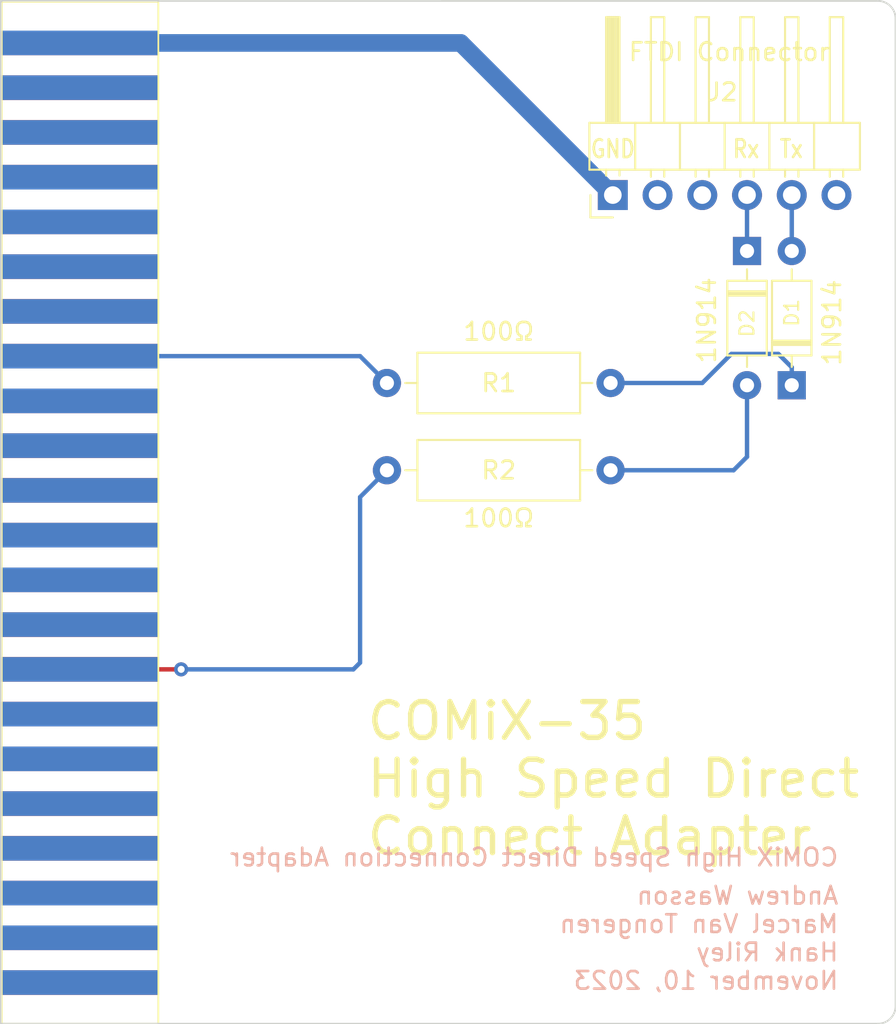
<source format=kicad_pcb>
(kicad_pcb (version 20221018) (generator pcbnew)
  (title_block (title "COMiX High Speed Direct Connect") (date "2023-11-10") (company "Andrew Wasson, Marcel van Tongeren, Hank Riley "))
  (layers (0 "F.Cu" signal) (31 "B.Cu" signal) (34 "B.Paste" user) (35 "F.Paste" user) (36 "B.SilkS" user "B.Silkscreen") (37 "F.SilkS" user "F.Silkscreen") (38 "B.Mask" user) (39 "F.Mask" user) (44 "Edge.Cuts" user))
  (net 0 "")
  (net 1 "Net-(D1-K)")
  (net 2 "/~{EF4}")
  (net 3 "GND")
  (net 6 "/Q")
  (net 48 "Net-(D1-A)")
  (net 49 "Net-(D2-K)")
  (net 50 "Net-(D2-A)")
  (footprint "Diode_THT:D_DO-35_SOD27_P7.62mm_Horizontal" (layer "F.Cu") (at 247.269 110.617 90)
    (fp_text reference "D1" hide)
    (fp_text value "1N914" (at 3.556 2.286 90) (layer "F.SilkS"))
    (fp_text user "${REFERENCE}" (at 4.11 0 90) (layer "F.SilkS") (effects (font (size 0.8 0.8) (thickness 0.12))))
    (fp_line (start 1.04 0) (end 1.69 0) (stroke (width 0.12)) (layer "F.SilkS"))
    (fp_line (start 1.69 -1.12) (end 1.69 1.12) (stroke (width 0.12)) (layer "F.SilkS"))
    (fp_line (start 1.69 1.12) (end 5.93 1.12) (stroke (width 0.12)) (layer "F.SilkS"))
    (fp_line (start 2.29 -1.12) (end 2.29 1.12) (stroke (width 0.12)) (layer "F.SilkS"))
    (fp_line (start 2.41 -1.12) (end 2.41 1.12) (stroke (width 0.12)) (layer "F.SilkS"))
    (fp_line (start 2.53 -1.12) (end 2.53 1.12) (stroke (width 0.12)) (layer "F.SilkS"))
    (fp_line (start 5.93 -1.12) (end 1.69 -1.12) (stroke (width 0.12)) (layer "F.SilkS"))
    (fp_line (start 5.93 1.12) (end 5.93 -1.12) (stroke (width 0.12)) (layer "F.SilkS"))
    (fp_line (start 6.58 0) (end 5.93 0) (stroke (width 0.12)) (layer "F.SilkS"))
    (pad "1" thru_hole rect (at 0 0 90) (size 1.6 1.6) (drill 0.8) (layers "*.Cu" "*.Mask") (net 1 "Net-(D1-K)"))
    (pad "2" thru_hole oval (at 7.62 0 90) (size 1.6 1.6) (drill 0.8) (layers "*.Cu" "*.Mask") (net 48 "Net-(D1-A)"))
  )
  (footprint "Connector_PinHeader_2.54mm:PinHeader_1x06_P2.54mm_Horizontal" (layer "F.Cu") (at 237.109 99.822 90)
    (fp_text reference "J2" (at 5.842 6.223 180) (layer "F.SilkS"))
    (fp_text value "FTDI Connector\r" hide)
    (fp_text user "FTDI Connector" (at 8.128 6.604) (layer "F.SilkS"))
    (fp_line (start -1.27 -1.27) (end 0 -1.27) (stroke (width 0.12)) (layer "F.SilkS"))
    (fp_line (start -1.27 0) (end -1.27 -1.27) (stroke (width 0.12)) (layer "F.SilkS"))
    (fp_line (start 1.042929 2.16) (end 1.44 2.16) (stroke (width 0.12)) (layer "F.SilkS"))
    (fp_line (start 1.042929 2.92) (end 1.44 2.92) (stroke (width 0.12)) (layer "F.SilkS"))
    (fp_line (start 1.042929 4.7) (end 1.44 4.7) (stroke (width 0.12)) (layer "F.SilkS"))
    (fp_line (start 1.042929 5.46) (end 1.44 5.46) (stroke (width 0.12)) (layer "F.SilkS"))
    (fp_line (start 1.042929 7.24) (end 1.44 7.24) (stroke (width 0.12)) (layer "F.SilkS"))
    (fp_line (start 1.042929 8) (end 1.44 8) (stroke (width 0.12)) (layer "F.SilkS"))
    (fp_line (start 1.042929 9.78) (end 1.44 9.78) (stroke (width 0.12)) (layer "F.SilkS"))
    (fp_line (start 1.042929 10.54) (end 1.44 10.54) (stroke (width 0.12)) (layer "F.SilkS"))
    (fp_line (start 1.042929 12.32) (end 1.44 12.32) (stroke (width 0.12)) (layer "F.SilkS"))
    (fp_line (start 1.042929 13.08) (end 1.44 13.08) (stroke (width 0.12)) (layer "F.SilkS"))
    (fp_line (start 1.11 -0.38) (end 1.44 -0.38) (stroke (width 0.12)) (layer "F.SilkS"))
    (fp_line (start 1.11 0.38) (end 1.44 0.38) (stroke (width 0.12)) (layer "F.SilkS"))
    (fp_line (start 1.44 -1.33) (end 1.44 14.03) (stroke (width 0.12)) (layer "F.SilkS"))
    (fp_line (start 1.44 1.27) (end 4.1 1.27) (stroke (width 0.12)) (layer "F.SilkS"))
    (fp_line (start 1.44 3.81) (end 4.1 3.81) (stroke (width 0.12)) (layer "F.SilkS"))
    (fp_line (start 1.44 6.35) (end 4.1 6.35) (stroke (width 0.12)) (layer "F.SilkS"))
    (fp_line (start 1.44 8.89) (end 4.1 8.89) (stroke (width 0.12)) (layer "F.SilkS"))
    (fp_line (start 1.44 11.43) (end 4.1 11.43) (stroke (width 0.12)) (layer "F.SilkS"))
    (fp_line (start 1.44 14.03) (end 4.1 14.03) (stroke (width 0.12)) (layer "F.SilkS"))
    (fp_line (start 4.1 -1.33) (end 1.44 -1.33) (stroke (width 0.12)) (layer "F.SilkS"))
    (fp_line (start 4.1 -0.38) (end 10.1 -0.38) (stroke (width 0.12)) (layer "F.SilkS"))
    (fp_line (start 4.1 -0.32) (end 10.1 -0.32) (stroke (width 0.12)) (layer "F.SilkS"))
    (fp_line (start 4.1 -0.2) (end 10.1 -0.2) (stroke (width 0.12)) (layer "F.SilkS"))
    (fp_line (start 4.1 -0.08) (end 10.1 -0.08) (stroke (width 0.12)) (layer "F.SilkS"))
    (fp_line (start 4.1 0.04) (end 10.1 0.04) (stroke (width 0.12)) (layer "F.SilkS"))
    (fp_line (start 4.1 0.16) (end 10.1 0.16) (stroke (width 0.12)) (layer "F.SilkS"))
    (fp_line (start 4.1 0.28) (end 10.1 0.28) (stroke (width 0.12)) (layer "F.SilkS"))
    (fp_line (start 4.1 2.16) (end 10.1 2.16) (stroke (width 0.12)) (layer "F.SilkS"))
    (fp_line (start 4.1 4.7) (end 10.1 4.7) (stroke (width 0.12)) (layer "F.SilkS"))
    (fp_line (start 4.1 7.24) (end 10.1 7.24) (stroke (width 0.12)) (layer "F.SilkS"))
    (fp_line (start 4.1 9.78) (end 10.1 9.78) (stroke (width 0.12)) (layer "F.SilkS"))
    (fp_line (start 4.1 12.32) (end 10.1 12.32) (stroke (width 0.12)) (layer "F.SilkS"))
    (fp_line (start 4.1 14.03) (end 4.1 -1.33) (stroke (width 0.12)) (layer "F.SilkS"))
    (fp_line (start 10.1 -0.38) (end 10.1 0.38) (stroke (width 0.12)) (layer "F.SilkS"))
    (fp_line (start 10.1 0.38) (end 4.1 0.38) (stroke (width 0.12)) (layer "F.SilkS"))
    (fp_line (start 10.1 2.16) (end 10.1 2.92) (stroke (width 0.12)) (layer "F.SilkS"))
    (fp_line (start 10.1 2.92) (end 4.1 2.92) (stroke (width 0.12)) (layer "F.SilkS"))
    (fp_line (start 10.1 4.7) (end 10.1 5.46) (stroke (width 0.12)) (layer "F.SilkS"))
    (fp_line (start 10.1 5.46) (end 4.1 5.46) (stroke (width 0.12)) (layer "F.SilkS"))
    (fp_line (start 10.1 7.24) (end 10.1 8) (stroke (width 0.12)) (layer "F.SilkS"))
    (fp_line (start 10.1 8) (end 4.1 8) (stroke (width 0.12)) (layer "F.SilkS"))
    (fp_line (start 10.1 9.78) (end 10.1 10.54) (stroke (width 0.12)) (layer "F.SilkS"))
    (fp_line (start 10.1 10.54) (end 4.1 10.54) (stroke (width 0.12)) (layer "F.SilkS"))
    (fp_line (start 10.1 12.32) (end 10.1 13.08) (stroke (width 0.12)) (layer "F.SilkS"))
    (fp_line (start 10.1 13.08) (end 4.1 13.08) (stroke (width 0.12)) (layer "F.SilkS"))
    (pad "1" thru_hole rect (at 0 0 90) (size 1.7 1.7) (drill 1) (layers "*.Cu" "*.Mask") (net 3 "GND"))
    (pad "2" thru_hole oval (at 0 2.54 90) (size 1.7 1.7) (drill 1) (layers "*.Cu" "*.Mask"))
    (pad "3" thru_hole oval (at 0 5.08 90) (size 1.7 1.7) (drill 1) (layers "*.Cu" "*.Mask"))
    (pad "4" thru_hole oval (at 0 7.62 90) (size 1.7 1.7) (drill 1) (layers "*.Cu" "*.Mask") (net 49 "Net-(D2-K)"))
    (pad "5" thru_hole oval (at 0 10.16 90) (size 1.7 1.7) (drill 1) (layers "*.Cu" "*.Mask") (net 48 "Net-(D1-A)"))
    (pad "6" thru_hole oval (at 0 12.7 90) (size 1.7 1.7) (drill 1) (layers "*.Cu" "*.Mask"))
  )
  (footprint "Resistor_THT:R_Axial_DIN0309_L9.0mm_D3.2mm_P12.70mm_Horizontal" (layer "F.Cu") (at 224.282 115.443)
    (fp_text reference "R2" hide)
    (fp_text value "100Ω" (at 6.35 2.72) (layer "F.SilkS"))
    (fp_text user "${REFERENCE}" (at 6.35 0) (layer "F.SilkS"))
    (fp_line (start 1.04 0) (end 1.73 0) (stroke (width 0.12)) (layer "F.SilkS"))
    (fp_line (start 1.73 -1.72) (end 1.73 1.72) (stroke (width 0.12)) (layer "F.SilkS"))
    (fp_line (start 1.73 1.72) (end 10.97 1.72) (stroke (width 0.12)) (layer "F.SilkS"))
    (fp_line (start 10.97 -1.72) (end 1.73 -1.72) (stroke (width 0.12)) (layer "F.SilkS"))
    (fp_line (start 10.97 1.72) (end 10.97 -1.72) (stroke (width 0.12)) (layer "F.SilkS"))
    (fp_line (start 11.66 0) (end 10.97 0) (stroke (width 0.12)) (layer "F.SilkS"))
    (pad "1" thru_hole circle (at 0 0) (size 1.6 1.6) (drill 0.8) (layers "*.Cu" "*.Mask") (net 2 "/~{EF4}"))
    (pad "2" thru_hole oval (at 12.7 0) (size 1.6 1.6) (drill 0.8) (layers "*.Cu" "*.Mask") (net 50 "Net-(D2-A)"))
  )
  (footprint "Resistor_THT:R_Axial_DIN0309_L9.0mm_D3.2mm_P12.70mm_Horizontal" (layer "F.Cu") (at 224.282 110.49)
    (fp_text reference "R1" hide)
    (fp_text value "100Ω" (at 6.35 -2.921) (layer "F.SilkS"))
    (fp_text user "${REFERENCE}" (at 6.35 0) (layer "F.SilkS"))
    (fp_line (start 1.04 0) (end 1.73 0) (stroke (width 0.12)) (layer "F.SilkS"))
    (fp_line (start 1.73 -1.72) (end 1.73 1.72) (stroke (width 0.12)) (layer "F.SilkS"))
    (fp_line (start 1.73 1.72) (end 10.97 1.72) (stroke (width 0.12)) (layer "F.SilkS"))
    (fp_line (start 10.97 -1.72) (end 1.73 -1.72) (stroke (width 0.12)) (layer "F.SilkS"))
    (fp_line (start 10.97 1.72) (end 10.97 -1.72) (stroke (width 0.12)) (layer "F.SilkS"))
    (fp_line (start 11.66 0) (end 10.97 0) (stroke (width 0.12)) (layer "F.SilkS"))
    (pad "1" thru_hole circle (at 0 0) (size 1.6 1.6) (drill 0.8) (layers "*.Cu" "*.Mask") (net 6 "/Q"))
    (pad "2" thru_hole oval (at 12.7 0) (size 1.6 1.6) (drill 0.8) (layers "*.Cu" "*.Mask") (net 1 "Net-(D1-K)"))
  )
  (footprint "Diode_THT:D_DO-35_SOD27_P7.62mm_Horizontal" (layer "F.Cu") (at 244.729 102.997 -90)
    (fp_text reference "D2" hide)
    (fp_text value "1N914" (at 3.937 2.286 90) (layer "F.SilkS"))
    (fp_text user "${REFERENCE}" (at 4.11 0 90) (layer "F.SilkS") (effects (font (size 0.8 0.8) (thickness 0.12))))
    (fp_line (start 1.04 0) (end 1.69 0) (stroke (width 0.12)) (layer "F.SilkS"))
    (fp_line (start 1.69 -1.12) (end 1.69 1.12) (stroke (width 0.12)) (layer "F.SilkS"))
    (fp_line (start 1.69 1.12) (end 5.93 1.12) (stroke (width 0.12)) (layer "F.SilkS"))
    (fp_line (start 2.29 -1.12) (end 2.29 1.12) (stroke (width 0.12)) (layer "F.SilkS"))
    (fp_line (start 2.41 -1.12) (end 2.41 1.12) (stroke (width 0.12)) (layer "F.SilkS"))
    (fp_line (start 2.53 -1.12) (end 2.53 1.12) (stroke (width 0.12)) (layer "F.SilkS"))
    (fp_line (start 5.93 -1.12) (end 1.69 -1.12) (stroke (width 0.12)) (layer "F.SilkS"))
    (fp_line (start 5.93 1.12) (end 5.93 -1.12) (stroke (width 0.12)) (layer "F.SilkS"))
    (fp_line (start 6.58 0) (end 5.93 0) (stroke (width 0.12)) (layer "F.SilkS"))
    (pad "1" thru_hole rect (at 0 0 270) (size 1.6 1.6) (drill 0.8) (layers "*.Cu" "*.Mask") (net 49 "Net-(D2-K)"))
    (pad "2" thru_hole oval (at 7.62 0 270) (size 1.6 1.6) (drill 0.8) (layers "*.Cu" "*.Mask") (net 50 "Net-(D2-A)"))
  )
  (footprint "MyLibrary:Edge_Card_Connector_22x2" (layer "F.Cu") (at 206.883 144.526 90)
    (fp_text reference "J1" hide)
    (fp_text value "EXPANSION" hide)
    (fp_rect (start -2.3368 -4.4704) (end 55.6768 4.4196) (stroke (width 0.1)) (fill none) (layer "F.SilkS"))
    (pad "1" connect rect (at 53.34 0 90) (size 1.397 8.89) (layers "B.Cu" "B.Mask") (net 3 "GND"))
    (pad "2" connect rect (at 53.34 0 90) (size 1.397 8.89) (layers "F.Cu" "F.Mask") (net 3 "GND"))
    (pad "3" connect rect (at 50.8 0 90) (size 1.397 8.89) (layers "B.Cu" "B.Mask"))
    (pad "4" connect rect (at 50.8 0 90) (size 1.397 8.89) (layers "F.Cu" "F.Mask"))
    (pad "5" connect rect (at 48.26 0 90) (size 1.397 8.89) (layers "B.Cu" "B.Mask"))
    (pad "6" connect rect (at 48.26 0 90) (size 1.397 8.89) (layers "F.Cu" "F.Mask"))
    (pad "7" connect rect (at 45.72 0 90) (size 1.397 8.89) (layers "B.Cu" "B.Mask"))
    (pad "8" connect rect (at 45.72 0 90) (size 1.397 8.89) (layers "F.Cu" "F.Mask"))
    (pad "9" connect rect (at 43.18 0 90) (size 1.397 8.89) (layers "B.Cu" "B.Mask"))
    (pad "10" connect rect (at 43.18 0 90) (size 1.397 8.89) (layers "F.Cu" "F.Mask"))
    (pad "11" connect rect (at 40.64 0 90) (size 1.397 8.89) (layers "B.Cu" "B.Mask"))
    (pad "12" connect rect (at 40.64 0 90) (size 1.397 8.89) (layers "F.Cu" "F.Mask"))
    (pad "13" connect rect (at 38.1 0 90) (size 1.397 8.89) (layers "B.Cu" "B.Mask"))
    (pad "14" connect rect (at 38.1 0 90) (size 1.397 8.89) (layers "F.Cu" "F.Mask"))
    (pad "15" connect rect (at 35.56 0 90) (size 1.397 8.89) (layers "B.Cu" "B.Mask") (net 6 "/Q"))
    (pad "16" connect rect (at 35.56 0 90) (size 1.397 8.89) (layers "F.Cu" "F.Mask"))
    (pad "17" connect rect (at 33.02 0 90) (size 1.397 8.89) (layers "B.Cu" "B.Mask"))
    (pad "18" connect rect (at 33.02 0 90) (size 1.397 8.89) (layers "F.Cu" "F.Mask"))
    (pad "19" connect rect (at 30.48 0 90) (size 1.397 8.89) (layers "B.Cu" "B.Mask"))
    (pad "20" connect rect (at 30.48 0 90) (size 1.397 8.89) (layers "F.Cu" "F.Mask"))
    (pad "21" connect rect (at 27.94 0 90) (size 1.397 8.89) (layers "B.Cu" "B.Mask"))
    (pad "22" connect rect (at 27.94 0 90) (size 1.397 8.89) (layers "F.Cu" "F.Mask"))
    (pad "23" connect rect (at 25.4 0 90) (size 1.397 8.89) (layers "B.Cu" "B.Mask"))
    (pad "24" connect rect (at 25.4 0 90) (size 1.397 8.89) (layers "F.Cu" "F.Mask"))
    (pad "25" connect rect (at 22.86 0 90) (size 1.397 8.89) (layers "B.Cu" "B.Mask"))
    (pad "26" connect rect (at 22.86 0 90) (size 1.397 8.89) (layers "F.Cu" "F.Mask"))
    (pad "27" connect rect (at 20.32 0 90) (size 1.397 8.89) (layers "B.Cu" "B.Mask"))
    (pad "28" connect rect (at 20.32 0 90) (size 1.397 8.89) (layers "F.Cu" "F.Mask"))
    (pad "29" connect rect (at 17.78 0 90) (size 1.397 8.89) (layers "B.Cu" "B.Mask"))
    (pad "30" connect rect (at 17.78 0 90) (size 1.397 8.89) (layers "F.Cu" "F.Mask") (net 2 "/~{EF4}"))
    (pad "31" connect rect (at 15.24 0 90) (size 1.397 8.89) (layers "B.Cu" "B.Mask"))
    (pad "32" connect rect (at 15.24 0 90) (size 1.397 8.89) (layers "F.Cu" "F.Mask"))
    (pad "33" connect rect (at 12.7 0 90) (size 1.397 8.89) (layers "B.Cu" "B.Mask"))
    (pad "34" connect rect (at 12.7 0 90) (size 1.397 8.89) (layers "F.Cu" "F.Mask"))
    (pad "35" connect rect (at 10.16 0 90) (size 1.397 8.89) (layers "B.Cu" "B.Mask"))
    (pad "36" connect rect (at 10.16 0 90) (size 1.397 8.89) (layers "F.Cu" "F.Mask"))
    (pad "37" connect rect (at 7.62 0 90) (size 1.397 8.89) (layers "B.Cu" "B.Mask"))
    (pad "38" connect rect (at 7.62 0 90) (size 1.397 8.89) (layers "F.Cu" "F.Mask"))
    (pad "39" connect rect (at 5.08 0 90) (size 1.397 8.89) (layers "B.Cu" "B.Mask"))
    (pad "40" connect rect (at 5.08 0 90) (size 1.397 8.89) (layers "F.Cu" "F.Mask"))
    (pad "41" connect rect (at 2.54 0 90) (size 1.397 8.89) (layers "B.Cu" "B.Mask"))
    (pad "42" connect rect (at 2.54 0 90) (size 1.397 8.89) (layers "F.Cu" "F.Mask"))
    (pad "43" connect rect (at 0 0 90) (size 1.397 8.89) (layers "B.Cu" "B.Mask"))
    (pad "44" connect rect (at 0 0 90) (size 1.397 8.89) (layers "F.Cu" "F.Mask"))
  )
  (gr_line (start 253.162893 145.8628) (end 253.16 89.8) (stroke (width 0.1)) (layer "Edge.Cuts"))
  (gr_line (start 202.3618 146.8628) (end 252.162893 146.8628) (stroke (width 0.1)) (layer "Edge.Cuts"))
  (gr_arc (start 253.162893 145.8628) (mid 252.87 146.569907) (end 252.162893 146.8628) (stroke (width 0.1)) (layer "Edge.Cuts"))
  (gr_arc (start 252.16 88.8) (mid 252.867107 89.092893) (end 253.16 89.8) (stroke (width 0.1)) (layer "Edge.Cuts"))
  (gr_line (start 202.3618 88.7984) (end 252.16 88.8) (stroke (width 0.1)) (layer "Edge.Cuts"))
  (gr_line (start 202.3618 88.7984) (end 202.3618 146.8628) (stroke (width 0.1)) (layer "Edge.Cuts"))
  (gr_text "COMiX High Speed Direct Connection Adapter" (at 250 138) (layer "B.SilkS") (effects (font (size 1 1)) (justify left bottom mirror)))
  (gr_text "Andrew Wasson\nMarcel Van Tongeren\nHank Riley\nNovember 10, 2023" (at 250 145) (layer "B.SilkS") (effects (font (size 1 1)) (justify left bottom mirror)))
  (gr_text "Rx" (at 243.84 97.79) (layer "F.SilkS") (effects (font (size 1 0.8128)) (justify left bottom)))
  (gr_text "GND" (at 235.7755 97.79) (layer "F.SilkS") (effects (font (size 1 0.8128)) (justify left bottom)))
  (gr_text "Tx" (at 246.507 97.79) (layer "F.SilkS") (effects (font (size 1 0.8128)) (justify left bottom)))
  (gr_text "COMiX-35 \nHigh Speed Direct \nConnect Adapter" (at 223.012 137.414) (layer "F.SilkS") (effects (font (size 2.032 2.032) (thickness 0.3048)) (justify left bottom)))
  (segment (start 246.507 108.839) (end 243.84 108.839) (width 0.25) (layer "B.Cu") (net 1))
  (segment (start 247.269 109.601) (end 246.507 108.839) (width 0.25) (layer "B.Cu") (net 1))
  (segment (start 247.269 110.617) (end 247.269 109.601) (width 0.25) (layer "B.Cu") (net 1))
  (segment (start 243.84 108.839) (end 242.189 110.49) (width 0.25) (layer "B.Cu") (net 1))
  (segment (start 242.189 110.49) (end 236.982 110.49) (width 0.25) (layer "B.Cu") (net 1))
  (segment (start 212.598 126.746) (end 206.883 126.746) (width 0.25) (layer "F.Cu") (net 2))
  (via (at 212.598 126.746) (size 0.8) (drill 0.4) (layers "F.Cu" "B.Cu") (net 2))
  (segment (start 224.282 115.443) (end 222.758 116.967) (width 0.25) (layer "B.Cu") (net 2))
  (segment (start 222.377 126.746) (end 212.598 126.746) (width 0.25) (layer "B.Cu") (net 2))
  (segment (start 222.758 116.967) (end 222.758 126.365) (width 0.25) (layer "B.Cu") (net 2))
  (segment (start 222.758 126.365) (end 222.377 126.746) (width 0.25) (layer "B.Cu") (net 2))
  (segment (start 228.473 91.186) (end 206.883 91.186) (width 1) (layer "B.Cu") (net 3))
  (segment (start 237.109 99.822) (end 228.473 91.186) (width 1) (layer "B.Cu") (net 3))
  (segment (start 224.282 110.49) (end 222.758 108.966) (width 0.25) (layer "B.Cu") (net 6))
  (segment (start 222.758 108.966) (end 206.883 108.966) (width 0.25) (layer "B.Cu") (net 6))
  (segment (start 247.269 99.822) (end 247.269 102.997) (width 0.25) (layer "B.Cu") (net 48))
  (segment (start 244.729 99.822) (end 244.729 102.997) (width 0.25) (layer "B.Cu") (net 49))
  (segment (start 244.729 114.681) (end 243.967 115.443) (width 0.25) (layer "B.Cu") (net 50))
  (segment (start 244.729 110.617) (end 244.729 114.681) (width 0.25) (layer "B.Cu") (net 50))
  (segment (start 243.967 115.443) (end 236.982 115.443) (width 0.25) (layer "B.Cu") (net 50))
)
</source>
